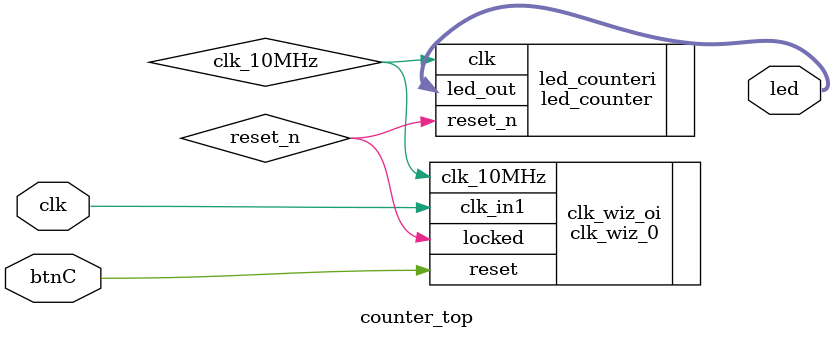
<source format=v>
`timescale 1ns / 1ps


module counter_top(
    input clk,
    input btnC,
    output [15:0] led
    );
    
    wire clk_10MHz;
    wire reset_n;
    
    clk_wiz_0 clk_wiz_oi(.clk_10MHz(clk_10MHz), .reset(btnC), .locked(reset_n), .clk_in1(clk));
    
    led_counter led_counteri(.clk(clk_10MHz), .reset_n(reset_n), .led_out(led[15:0]));
endmodule

</source>
